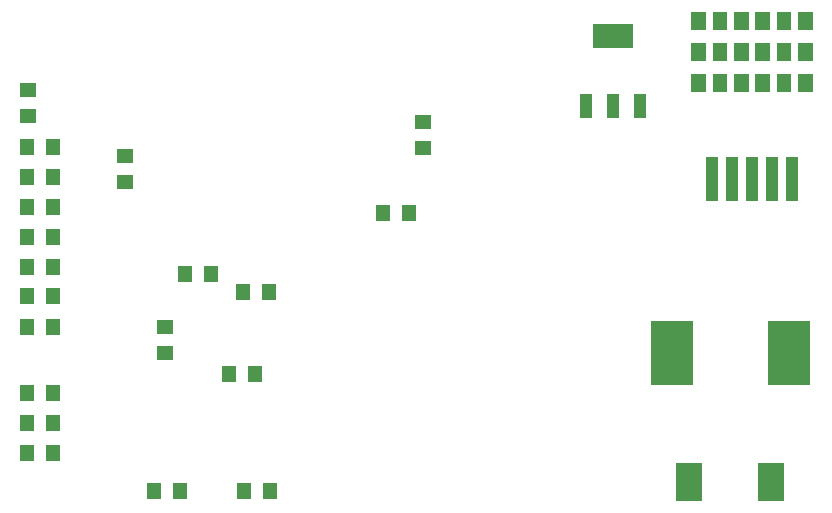
<source format=gbr>
G04*
G04 #@! TF.GenerationSoftware,Altium Limited,Altium Designer,22.4.2 (48)*
G04*
G04 Layer_Color=128*
%FSLAX24Y24*%
%MOIN*%
G70*
G04*
G04 #@! TF.SameCoordinates,3D4B7757-4479-4088-A00E-F10E6AE17A54*
G04*
G04*
G04 #@! TF.FilePolarity,Positive*
G04*
G01*
G75*
%ADD23R,0.0472X0.0551*%
%ADD24R,0.0551X0.0472*%
%ADD69R,0.0433X0.0846*%
%ADD70R,0.1319X0.0846*%
%ADD71R,0.1417X0.2165*%
%ADD72R,0.0886X0.1252*%
%ADD73R,0.0390X0.1492*%
G36*
X43221Y18579D02*
X42729D01*
Y19177D01*
X43221D01*
Y18579D01*
D02*
G37*
G36*
X42509D02*
X42017D01*
Y19177D01*
X42509D01*
Y18579D01*
D02*
G37*
G36*
X41796D02*
X41304D01*
Y19177D01*
X41796D01*
Y18579D01*
D02*
G37*
G36*
X43221Y17543D02*
X42729D01*
Y18142D01*
X43221D01*
Y17543D01*
D02*
G37*
G36*
X42509D02*
X42017D01*
Y18142D01*
X42509D01*
Y17543D01*
D02*
G37*
G36*
X41796D02*
X41304D01*
Y18142D01*
X41796D01*
Y17543D01*
D02*
G37*
G36*
X43221Y16508D02*
X42729D01*
Y17106D01*
X43221D01*
Y16508D01*
D02*
G37*
G36*
X42509D02*
X42017D01*
Y17106D01*
X42509D01*
Y16508D01*
D02*
G37*
G36*
X41796D02*
X41304D01*
Y17106D01*
X41796D01*
Y16508D01*
D02*
G37*
G36*
X45359Y18579D02*
X44867D01*
Y19177D01*
X45359D01*
Y18579D01*
D02*
G37*
G36*
X44647D02*
X44155D01*
Y19177D01*
X44647D01*
Y18579D01*
D02*
G37*
G36*
X43934D02*
X43442D01*
Y19177D01*
X43934D01*
Y18579D01*
D02*
G37*
G36*
X45359Y17543D02*
X44867D01*
Y18142D01*
X45359D01*
Y17543D01*
D02*
G37*
G36*
X44647D02*
X44155D01*
Y18142D01*
X44647D01*
Y17543D01*
D02*
G37*
G36*
X43934D02*
X43442D01*
Y18142D01*
X43934D01*
Y17543D01*
D02*
G37*
G36*
X45359Y16508D02*
X44867D01*
Y17106D01*
X45359D01*
Y16508D01*
D02*
G37*
G36*
X44647D02*
X44155D01*
Y17106D01*
X44647D01*
Y16508D01*
D02*
G37*
G36*
X43934D02*
X43442D01*
Y17106D01*
X43934D01*
Y16508D01*
D02*
G37*
D23*
X20030Y4475D02*
D03*
X19164D02*
D03*
X20034Y5470D02*
D03*
X19168D02*
D03*
X20030Y6465D02*
D03*
X19164D02*
D03*
X20034Y8680D02*
D03*
X19168D02*
D03*
X20034Y11688D02*
D03*
X19168D02*
D03*
X20034Y9700D02*
D03*
X19168D02*
D03*
X20034Y10678D02*
D03*
X19168D02*
D03*
X24428Y10450D02*
D03*
X25294D02*
D03*
X27234Y9850D02*
D03*
X26368D02*
D03*
X23388Y3200D02*
D03*
X24254D02*
D03*
X27254D02*
D03*
X26388D02*
D03*
X25888Y7100D02*
D03*
X26754D02*
D03*
X20030Y14677D02*
D03*
X19164D02*
D03*
X20034Y12678D02*
D03*
X19168D02*
D03*
X20034Y13680D02*
D03*
X19168D02*
D03*
X31045Y12461D02*
D03*
X31911D02*
D03*
D24*
X23761Y7797D02*
D03*
Y8663D02*
D03*
X22441Y13497D02*
D03*
Y14363D02*
D03*
X19201Y16583D02*
D03*
Y15717D02*
D03*
X32358Y15494D02*
D03*
Y14628D02*
D03*
D69*
X39606Y16059D02*
D03*
X38701D02*
D03*
X37795D02*
D03*
D70*
X38701Y18362D02*
D03*
D71*
X44550Y7810D02*
D03*
X40652D02*
D03*
D72*
X43961Y3510D02*
D03*
X41241D02*
D03*
D73*
X44670Y13610D02*
D03*
X44001D02*
D03*
X43332D02*
D03*
X42662D02*
D03*
X41993D02*
D03*
M02*

</source>
